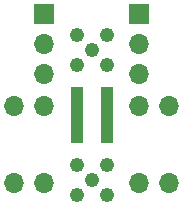
<source format=gbr>
%TF.GenerationSoftware,KiCad,Pcbnew,8.0.9-1.fc41*%
%TF.CreationDate,2025-03-19T11:36:09+02:00*%
%TF.ProjectId,FBK-4mm-Red,46424b2d-346d-46d2-9d52-65642e6b6963,rev?*%
%TF.SameCoordinates,Original*%
%TF.FileFunction,Soldermask,Top*%
%TF.FilePolarity,Negative*%
%FSLAX46Y46*%
G04 Gerber Fmt 4.6, Leading zero omitted, Abs format (unit mm)*
G04 Created by KiCad (PCBNEW 8.0.9-1.fc41) date 2025-03-19 11:36:09*
%MOMM*%
%LPD*%
G01*
G04 APERTURE LIST*
%ADD10C,1.240000*%
%ADD11R,1.700000X1.700000*%
%ADD12O,1.700000X1.700000*%
%ADD13R,1.000000X4.830000*%
G04 APERTURE END LIST*
D10*
%TO.C,J-PWR-2*%
X150000000Y-105000000D03*
X148730000Y-103730000D03*
X148730000Y-106270000D03*
X151270000Y-103730000D03*
X151270000Y-106270000D03*
%TD*%
D11*
%TO.C,J-SIG1*%
X154000000Y-91000000D03*
D12*
X154000000Y-93540000D03*
X154000000Y-96080000D03*
%TD*%
D13*
%TO.C,D1*%
X148730000Y-99500000D03*
X151270000Y-99500000D03*
%TD*%
D12*
%TO.C,C1*%
X146000000Y-105270000D03*
X146000000Y-98730000D03*
%TD*%
%TO.C,R1*%
X143460000Y-98730000D03*
X143460000Y-105270000D03*
%TD*%
D11*
%TO.C,J-PWR1*%
X146000000Y-91000000D03*
D12*
X146000000Y-93540000D03*
X146000000Y-96080000D03*
%TD*%
%TO.C,R2*%
X154000000Y-105270000D03*
X154000000Y-98730000D03*
%TD*%
D10*
%TO.C,J-SIG-2*%
X150000000Y-94000000D03*
X148730000Y-92730000D03*
X148730000Y-95270000D03*
X151270000Y-92730000D03*
X151270000Y-95270000D03*
%TD*%
D12*
%TO.C,C2*%
X156540000Y-105270000D03*
X156540000Y-98730000D03*
%TD*%
M02*

</source>
